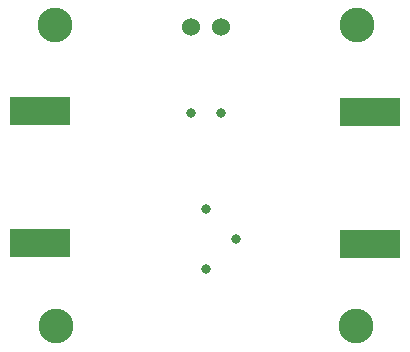
<source format=gbr>
%TF.GenerationSoftware,KiCad,Pcbnew,7.0.7*%
%TF.CreationDate,2023-11-07T19:32:12-06:00*%
%TF.ProjectId,TIAs,54494173-2e6b-4696-9361-645f70636258,rev?*%
%TF.SameCoordinates,Original*%
%TF.FileFunction,Soldermask,Bot*%
%TF.FilePolarity,Negative*%
%FSLAX46Y46*%
G04 Gerber Fmt 4.6, Leading zero omitted, Abs format (unit mm)*
G04 Created by KiCad (PCBNEW 7.0.7) date 2023-11-07 19:32:12*
%MOMM*%
%LPD*%
G01*
G04 APERTURE LIST*
%ADD10C,2.946400*%
%ADD11C,1.524000*%
%ADD12R,5.080000X2.413000*%
%ADD13C,0.800000*%
G04 APERTURE END LIST*
D10*
%TO.C,H3*%
X103505000Y-91948000D03*
%TD*%
D11*
%TO.C,Conn1*%
X89573100Y-66624200D03*
X92113100Y-66624200D03*
%TD*%
D12*
%TO.C,Conn3*%
X104749600Y-84988400D03*
X104749600Y-73812400D03*
%TD*%
D10*
%TO.C,H4*%
X78105000Y-91948000D03*
%TD*%
%TO.C,H2*%
X78022580Y-66465580D03*
%TD*%
D12*
%TO.C,Conn2*%
X76758800Y-73761600D03*
X76758800Y-84937600D03*
%TD*%
D10*
%TO.C,H1*%
X103587420Y-66465580D03*
%TD*%
D13*
%TO.C,D2*%
X89535000Y-73914000D03*
X92075000Y-73914000D03*
%TD*%
%TO.C,D1*%
X90805000Y-87132000D03*
X93355000Y-84582000D03*
X90805000Y-82032000D03*
%TD*%
M02*

</source>
